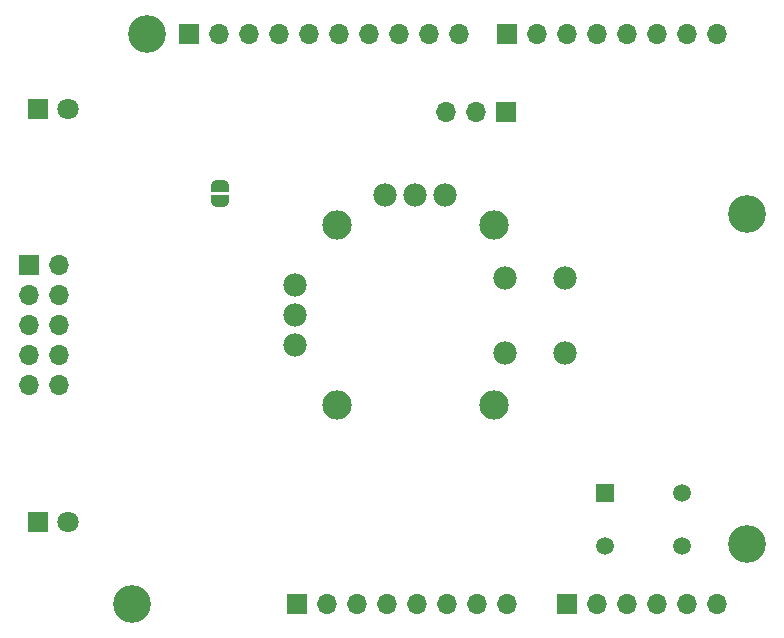
<source format=gbr>
%TF.GenerationSoftware,KiCad,Pcbnew,7.0.2-0*%
%TF.CreationDate,2023-10-31T17:00:16-04:00*%
%TF.ProjectId,ControllerShield,436f6e74-726f-46c6-9c65-72536869656c,rev?*%
%TF.SameCoordinates,Original*%
%TF.FileFunction,Soldermask,Bot*%
%TF.FilePolarity,Negative*%
%FSLAX46Y46*%
G04 Gerber Fmt 4.6, Leading zero omitted, Abs format (unit mm)*
G04 Created by KiCad (PCBNEW 7.0.2-0) date 2023-10-31 17:00:16*
%MOMM*%
%LPD*%
G01*
G04 APERTURE LIST*
G04 Aperture macros list*
%AMFreePoly0*
4,1,19,0.500000,-0.750000,0.000000,-0.750000,0.000000,-0.744911,-0.071157,-0.744911,-0.207708,-0.704816,-0.327430,-0.627875,-0.420627,-0.520320,-0.479746,-0.390866,-0.500000,-0.250000,-0.500000,0.250000,-0.479746,0.390866,-0.420627,0.520320,-0.327430,0.627875,-0.207708,0.704816,-0.071157,0.744911,0.000000,0.744911,0.000000,0.750000,0.500000,0.750000,0.500000,-0.750000,0.500000,-0.750000,
$1*%
%AMFreePoly1*
4,1,19,0.000000,0.744911,0.071157,0.744911,0.207708,0.704816,0.327430,0.627875,0.420627,0.520320,0.479746,0.390866,0.500000,0.250000,0.500000,-0.250000,0.479746,-0.390866,0.420627,-0.520320,0.327430,-0.627875,0.207708,-0.704816,0.071157,-0.744911,0.000000,-0.744911,0.000000,-0.750000,-0.500000,-0.750000,-0.500000,0.750000,0.000000,0.750000,0.000000,0.744911,0.000000,0.744911,
$1*%
G04 Aperture macros list end*
%ADD10R,1.700000X1.700000*%
%ADD11O,1.700000X1.700000*%
%ADD12R,1.800000X1.800000*%
%ADD13C,1.800000*%
%ADD14R,1.498600X1.498600*%
%ADD15C,1.498600*%
%ADD16C,1.982000*%
%ADD17C,2.490000*%
%ADD18C,3.200000*%
%ADD19FreePoly0,90.000000*%
%ADD20FreePoly1,90.000000*%
G04 APERTURE END LIST*
D10*
%TO.C,J1*%
X149890000Y-138655000D03*
D11*
X152430000Y-138655000D03*
X154970000Y-138655000D03*
X157510000Y-138655000D03*
X160050000Y-138655000D03*
X162590000Y-138655000D03*
X165130000Y-138655000D03*
X167670000Y-138655000D03*
%TD*%
D10*
%TO.C,J3*%
X172750000Y-138655000D03*
D11*
X175290000Y-138655000D03*
X177830000Y-138655000D03*
X180370000Y-138655000D03*
X182910000Y-138655000D03*
X185450000Y-138655000D03*
%TD*%
D10*
%TO.C,J2*%
X140746000Y-90395000D03*
D11*
X143286000Y-90395000D03*
X145826000Y-90395000D03*
X148366000Y-90395000D03*
X150906000Y-90395000D03*
X153446000Y-90395000D03*
X155986000Y-90395000D03*
X158526000Y-90395000D03*
X161066000Y-90395000D03*
X163606000Y-90395000D03*
%TD*%
D10*
%TO.C,J4*%
X167670000Y-90395000D03*
D11*
X170210000Y-90395000D03*
X172750000Y-90395000D03*
X175290000Y-90395000D03*
X177830000Y-90395000D03*
X180370000Y-90395000D03*
X182910000Y-90395000D03*
X185450000Y-90395000D03*
%TD*%
D12*
%TO.C,D1*%
X128000000Y-131750000D03*
D13*
X130540000Y-131750000D03*
%TD*%
D14*
%TO.C,SW1*%
X175999998Y-129249999D03*
D15*
X182500000Y-129249999D03*
X175999998Y-133750000D03*
X182500000Y-133750000D03*
%TD*%
D16*
%TO.C,U1*%
X172650000Y-111020000D03*
X172650000Y-117370000D03*
X167570000Y-111020000D03*
X167570000Y-117370000D03*
X149790000Y-111655000D03*
X149790000Y-114195000D03*
X149790000Y-116735000D03*
D17*
X166617500Y-106575000D03*
X153282500Y-106575000D03*
X153282500Y-121815000D03*
X166617500Y-121815000D03*
D16*
X162490000Y-104035000D03*
X159950000Y-104035000D03*
X157410000Y-104035000D03*
%TD*%
D12*
%TO.C,D2*%
X128000000Y-96750000D03*
D13*
X130540000Y-96750000D03*
%TD*%
D18*
%TO.C,MH1*%
X137190000Y-90395000D03*
%TD*%
D10*
%TO.C,J5*%
X127210000Y-109920000D03*
D11*
X129750000Y-109920000D03*
X127210000Y-112460000D03*
X129750000Y-112460000D03*
X127210000Y-115000000D03*
X129750000Y-115000000D03*
X127210000Y-117540000D03*
X129750000Y-117540000D03*
X127210000Y-120080000D03*
X129750000Y-120080000D03*
%TD*%
D10*
%TO.C,J6*%
X167580000Y-97000000D03*
D11*
X165040000Y-97000000D03*
X162500000Y-97000000D03*
%TD*%
D18*
%TO.C,MH2*%
X135920000Y-138655000D03*
%TD*%
%TO.C,MH3*%
X187990000Y-105635000D03*
%TD*%
%TO.C,MH4*%
X187990000Y-133575000D03*
%TD*%
D19*
%TO.C,JP1*%
X143400000Y-104570000D03*
D20*
X143400000Y-103270000D03*
%TD*%
M02*

</source>
